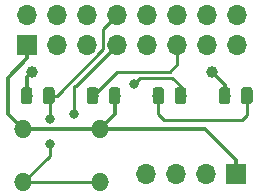
<source format=gtl>
G04 #@! TF.GenerationSoftware,KiCad,Pcbnew,5.0.0-fee4fd1~66~ubuntu18.04.1*
G04 #@! TF.CreationDate,2018-08-17T17:18:45-07:00*
G04 #@! TF.ProjectId,RPi FS HAT,525069204653204841542E6B69636164,2*
G04 #@! TF.SameCoordinates,Original*
G04 #@! TF.FileFunction,Copper,L1,Top,Signal*
G04 #@! TF.FilePolarity,Positive*
%FSLAX46Y46*%
G04 Gerber Fmt 4.6, Leading zero omitted, Abs format (unit mm)*
G04 Created by KiCad (PCBNEW 5.0.0-fee4fd1~66~ubuntu18.04.1) date Fri Aug 17 17:18:45 2018*
%MOMM*%
%LPD*%
G01*
G04 APERTURE LIST*
G04 #@! TA.AperFunction,Conductor*
%ADD10C,0.100000*%
G04 #@! TD*
G04 #@! TA.AperFunction,SMDPad,CuDef*
%ADD11C,0.975000*%
G04 #@! TD*
G04 #@! TA.AperFunction,ComponentPad*
%ADD12R,1.700000X1.700000*%
G04 #@! TD*
G04 #@! TA.AperFunction,ComponentPad*
%ADD13O,1.700000X1.700000*%
G04 #@! TD*
G04 #@! TA.AperFunction,ComponentPad*
%ADD14O,1.524000X1.524000*%
G04 #@! TD*
G04 #@! TA.AperFunction,ViaPad*
%ADD15C,1.000000*%
G04 #@! TD*
G04 #@! TA.AperFunction,ViaPad*
%ADD16C,0.800000*%
G04 #@! TD*
G04 #@! TA.AperFunction,Conductor*
%ADD17C,0.300000*%
G04 #@! TD*
G04 #@! TA.AperFunction,Conductor*
%ADD18C,0.250000*%
G04 #@! TD*
G04 APERTURE END LIST*
D10*
G04 #@! TO.N,GND*
G04 #@! TO.C,D1*
G36*
X164938142Y-121729174D02*
X164961803Y-121732684D01*
X164985007Y-121738496D01*
X165007529Y-121746554D01*
X165029153Y-121756782D01*
X165049670Y-121769079D01*
X165068883Y-121783329D01*
X165086607Y-121799393D01*
X165102671Y-121817117D01*
X165116921Y-121836330D01*
X165129218Y-121856847D01*
X165139446Y-121878471D01*
X165147504Y-121900993D01*
X165153316Y-121924197D01*
X165156826Y-121947858D01*
X165158000Y-121971750D01*
X165158000Y-122884250D01*
X165156826Y-122908142D01*
X165153316Y-122931803D01*
X165147504Y-122955007D01*
X165139446Y-122977529D01*
X165129218Y-122999153D01*
X165116921Y-123019670D01*
X165102671Y-123038883D01*
X165086607Y-123056607D01*
X165068883Y-123072671D01*
X165049670Y-123086921D01*
X165029153Y-123099218D01*
X165007529Y-123109446D01*
X164985007Y-123117504D01*
X164961803Y-123123316D01*
X164938142Y-123126826D01*
X164914250Y-123128000D01*
X164426750Y-123128000D01*
X164402858Y-123126826D01*
X164379197Y-123123316D01*
X164355993Y-123117504D01*
X164333471Y-123109446D01*
X164311847Y-123099218D01*
X164291330Y-123086921D01*
X164272117Y-123072671D01*
X164254393Y-123056607D01*
X164238329Y-123038883D01*
X164224079Y-123019670D01*
X164211782Y-122999153D01*
X164201554Y-122977529D01*
X164193496Y-122955007D01*
X164187684Y-122931803D01*
X164184174Y-122908142D01*
X164183000Y-122884250D01*
X164183000Y-121971750D01*
X164184174Y-121947858D01*
X164187684Y-121924197D01*
X164193496Y-121900993D01*
X164201554Y-121878471D01*
X164211782Y-121856847D01*
X164224079Y-121836330D01*
X164238329Y-121817117D01*
X164254393Y-121799393D01*
X164272117Y-121783329D01*
X164291330Y-121769079D01*
X164311847Y-121756782D01*
X164333471Y-121746554D01*
X164355993Y-121738496D01*
X164379197Y-121732684D01*
X164402858Y-121729174D01*
X164426750Y-121728000D01*
X164914250Y-121728000D01*
X164938142Y-121729174D01*
X164938142Y-121729174D01*
G37*
D11*
G04 #@! TD*
G04 #@! TO.P,D1,1*
G04 #@! TO.N,GND*
X164670500Y-122428000D03*
D10*
G04 #@! TO.N,Net-(D1-Pad2)*
G04 #@! TO.C,D1*
G36*
X166813142Y-121729174D02*
X166836803Y-121732684D01*
X166860007Y-121738496D01*
X166882529Y-121746554D01*
X166904153Y-121756782D01*
X166924670Y-121769079D01*
X166943883Y-121783329D01*
X166961607Y-121799393D01*
X166977671Y-121817117D01*
X166991921Y-121836330D01*
X167004218Y-121856847D01*
X167014446Y-121878471D01*
X167022504Y-121900993D01*
X167028316Y-121924197D01*
X167031826Y-121947858D01*
X167033000Y-121971750D01*
X167033000Y-122884250D01*
X167031826Y-122908142D01*
X167028316Y-122931803D01*
X167022504Y-122955007D01*
X167014446Y-122977529D01*
X167004218Y-122999153D01*
X166991921Y-123019670D01*
X166977671Y-123038883D01*
X166961607Y-123056607D01*
X166943883Y-123072671D01*
X166924670Y-123086921D01*
X166904153Y-123099218D01*
X166882529Y-123109446D01*
X166860007Y-123117504D01*
X166836803Y-123123316D01*
X166813142Y-123126826D01*
X166789250Y-123128000D01*
X166301750Y-123128000D01*
X166277858Y-123126826D01*
X166254197Y-123123316D01*
X166230993Y-123117504D01*
X166208471Y-123109446D01*
X166186847Y-123099218D01*
X166166330Y-123086921D01*
X166147117Y-123072671D01*
X166129393Y-123056607D01*
X166113329Y-123038883D01*
X166099079Y-123019670D01*
X166086782Y-122999153D01*
X166076554Y-122977529D01*
X166068496Y-122955007D01*
X166062684Y-122931803D01*
X166059174Y-122908142D01*
X166058000Y-122884250D01*
X166058000Y-121971750D01*
X166059174Y-121947858D01*
X166062684Y-121924197D01*
X166068496Y-121900993D01*
X166076554Y-121878471D01*
X166086782Y-121856847D01*
X166099079Y-121836330D01*
X166113329Y-121817117D01*
X166129393Y-121799393D01*
X166147117Y-121783329D01*
X166166330Y-121769079D01*
X166186847Y-121756782D01*
X166208471Y-121746554D01*
X166230993Y-121738496D01*
X166254197Y-121732684D01*
X166277858Y-121729174D01*
X166301750Y-121728000D01*
X166789250Y-121728000D01*
X166813142Y-121729174D01*
X166813142Y-121729174D01*
G37*
D11*
G04 #@! TD*
G04 #@! TO.P,D1,2*
G04 #@! TO.N,Net-(D1-Pad2)*
X166545500Y-122428000D03*
D12*
G04 #@! TO.P,J1,1*
G04 #@! TO.N,/3V3*
X147955000Y-118110000D03*
D13*
G04 #@! TO.P,J1,2*
G04 #@! TO.N,Net-(J1-Pad2)*
X147955000Y-115570000D03*
G04 #@! TO.P,J1,3*
G04 #@! TO.N,Net-(J1-Pad3)*
X150495000Y-118110000D03*
G04 #@! TO.P,J1,4*
G04 #@! TO.N,Net-(J1-Pad4)*
X150495000Y-115570000D03*
G04 #@! TO.P,J1,5*
G04 #@! TO.N,Net-(J1-Pad5)*
X153035000Y-118110000D03*
G04 #@! TO.P,J1,6*
G04 #@! TO.N,GND*
X153035000Y-115570000D03*
G04 #@! TO.P,J1,7*
G04 #@! TO.N,/led*
X155575000Y-118110000D03*
G04 #@! TO.P,J1,8*
G04 #@! TO.N,/button_input*
X155575000Y-115570000D03*
G04 #@! TO.P,J1,9*
G04 #@! TO.N,GND*
X158115000Y-118110000D03*
G04 #@! TO.P,J1,10*
G04 #@! TO.N,Net-(J1-Pad10)*
X158115000Y-115570000D03*
G04 #@! TO.P,J1,11*
G04 #@! TO.N,/sensor_data*
X160655000Y-118110000D03*
G04 #@! TO.P,J1,12*
G04 #@! TO.N,Net-(J1-Pad12)*
X160655000Y-115570000D03*
G04 #@! TO.P,J1,13*
G04 #@! TO.N,Net-(J1-Pad13)*
X163195000Y-118110000D03*
G04 #@! TO.P,J1,14*
G04 #@! TO.N,Net-(J1-Pad14)*
X163195000Y-115570000D03*
G04 #@! TO.P,J1,15*
G04 #@! TO.N,Net-(J1-Pad15)*
X165735000Y-118110000D03*
G04 #@! TO.P,J1,16*
G04 #@! TO.N,Net-(J1-Pad16)*
X165735000Y-115570000D03*
G04 #@! TD*
D10*
G04 #@! TO.N,GND*
G04 #@! TO.C,R1*
G36*
X148174142Y-121729174D02*
X148197803Y-121732684D01*
X148221007Y-121738496D01*
X148243529Y-121746554D01*
X148265153Y-121756782D01*
X148285670Y-121769079D01*
X148304883Y-121783329D01*
X148322607Y-121799393D01*
X148338671Y-121817117D01*
X148352921Y-121836330D01*
X148365218Y-121856847D01*
X148375446Y-121878471D01*
X148383504Y-121900993D01*
X148389316Y-121924197D01*
X148392826Y-121947858D01*
X148394000Y-121971750D01*
X148394000Y-122884250D01*
X148392826Y-122908142D01*
X148389316Y-122931803D01*
X148383504Y-122955007D01*
X148375446Y-122977529D01*
X148365218Y-122999153D01*
X148352921Y-123019670D01*
X148338671Y-123038883D01*
X148322607Y-123056607D01*
X148304883Y-123072671D01*
X148285670Y-123086921D01*
X148265153Y-123099218D01*
X148243529Y-123109446D01*
X148221007Y-123117504D01*
X148197803Y-123123316D01*
X148174142Y-123126826D01*
X148150250Y-123128000D01*
X147662750Y-123128000D01*
X147638858Y-123126826D01*
X147615197Y-123123316D01*
X147591993Y-123117504D01*
X147569471Y-123109446D01*
X147547847Y-123099218D01*
X147527330Y-123086921D01*
X147508117Y-123072671D01*
X147490393Y-123056607D01*
X147474329Y-123038883D01*
X147460079Y-123019670D01*
X147447782Y-122999153D01*
X147437554Y-122977529D01*
X147429496Y-122955007D01*
X147423684Y-122931803D01*
X147420174Y-122908142D01*
X147419000Y-122884250D01*
X147419000Y-121971750D01*
X147420174Y-121947858D01*
X147423684Y-121924197D01*
X147429496Y-121900993D01*
X147437554Y-121878471D01*
X147447782Y-121856847D01*
X147460079Y-121836330D01*
X147474329Y-121817117D01*
X147490393Y-121799393D01*
X147508117Y-121783329D01*
X147527330Y-121769079D01*
X147547847Y-121756782D01*
X147569471Y-121746554D01*
X147591993Y-121738496D01*
X147615197Y-121732684D01*
X147638858Y-121729174D01*
X147662750Y-121728000D01*
X148150250Y-121728000D01*
X148174142Y-121729174D01*
X148174142Y-121729174D01*
G37*
D11*
G04 #@! TD*
G04 #@! TO.P,R1,1*
G04 #@! TO.N,GND*
X147906500Y-122428000D03*
D10*
G04 #@! TO.N,/button_input*
G04 #@! TO.C,R1*
G36*
X150049142Y-121729174D02*
X150072803Y-121732684D01*
X150096007Y-121738496D01*
X150118529Y-121746554D01*
X150140153Y-121756782D01*
X150160670Y-121769079D01*
X150179883Y-121783329D01*
X150197607Y-121799393D01*
X150213671Y-121817117D01*
X150227921Y-121836330D01*
X150240218Y-121856847D01*
X150250446Y-121878471D01*
X150258504Y-121900993D01*
X150264316Y-121924197D01*
X150267826Y-121947858D01*
X150269000Y-121971750D01*
X150269000Y-122884250D01*
X150267826Y-122908142D01*
X150264316Y-122931803D01*
X150258504Y-122955007D01*
X150250446Y-122977529D01*
X150240218Y-122999153D01*
X150227921Y-123019670D01*
X150213671Y-123038883D01*
X150197607Y-123056607D01*
X150179883Y-123072671D01*
X150160670Y-123086921D01*
X150140153Y-123099218D01*
X150118529Y-123109446D01*
X150096007Y-123117504D01*
X150072803Y-123123316D01*
X150049142Y-123126826D01*
X150025250Y-123128000D01*
X149537750Y-123128000D01*
X149513858Y-123126826D01*
X149490197Y-123123316D01*
X149466993Y-123117504D01*
X149444471Y-123109446D01*
X149422847Y-123099218D01*
X149402330Y-123086921D01*
X149383117Y-123072671D01*
X149365393Y-123056607D01*
X149349329Y-123038883D01*
X149335079Y-123019670D01*
X149322782Y-122999153D01*
X149312554Y-122977529D01*
X149304496Y-122955007D01*
X149298684Y-122931803D01*
X149295174Y-122908142D01*
X149294000Y-122884250D01*
X149294000Y-121971750D01*
X149295174Y-121947858D01*
X149298684Y-121924197D01*
X149304496Y-121900993D01*
X149312554Y-121878471D01*
X149322782Y-121856847D01*
X149335079Y-121836330D01*
X149349329Y-121817117D01*
X149365393Y-121799393D01*
X149383117Y-121783329D01*
X149402330Y-121769079D01*
X149422847Y-121756782D01*
X149444471Y-121746554D01*
X149466993Y-121738496D01*
X149490197Y-121732684D01*
X149513858Y-121729174D01*
X149537750Y-121728000D01*
X150025250Y-121728000D01*
X150049142Y-121729174D01*
X150049142Y-121729174D01*
G37*
D11*
G04 #@! TD*
G04 #@! TO.P,R1,2*
G04 #@! TO.N,/button_input*
X149781500Y-122428000D03*
D10*
G04 #@! TO.N,/sensor_data*
G04 #@! TO.C,R2*
G36*
X153748808Y-121729174D02*
X153772469Y-121732684D01*
X153795673Y-121738496D01*
X153818195Y-121746554D01*
X153839819Y-121756782D01*
X153860336Y-121769079D01*
X153879549Y-121783329D01*
X153897273Y-121799393D01*
X153913337Y-121817117D01*
X153927587Y-121836330D01*
X153939884Y-121856847D01*
X153950112Y-121878471D01*
X153958170Y-121900993D01*
X153963982Y-121924197D01*
X153967492Y-121947858D01*
X153968666Y-121971750D01*
X153968666Y-122884250D01*
X153967492Y-122908142D01*
X153963982Y-122931803D01*
X153958170Y-122955007D01*
X153950112Y-122977529D01*
X153939884Y-122999153D01*
X153927587Y-123019670D01*
X153913337Y-123038883D01*
X153897273Y-123056607D01*
X153879549Y-123072671D01*
X153860336Y-123086921D01*
X153839819Y-123099218D01*
X153818195Y-123109446D01*
X153795673Y-123117504D01*
X153772469Y-123123316D01*
X153748808Y-123126826D01*
X153724916Y-123128000D01*
X153237416Y-123128000D01*
X153213524Y-123126826D01*
X153189863Y-123123316D01*
X153166659Y-123117504D01*
X153144137Y-123109446D01*
X153122513Y-123099218D01*
X153101996Y-123086921D01*
X153082783Y-123072671D01*
X153065059Y-123056607D01*
X153048995Y-123038883D01*
X153034745Y-123019670D01*
X153022448Y-122999153D01*
X153012220Y-122977529D01*
X153004162Y-122955007D01*
X152998350Y-122931803D01*
X152994840Y-122908142D01*
X152993666Y-122884250D01*
X152993666Y-121971750D01*
X152994840Y-121947858D01*
X152998350Y-121924197D01*
X153004162Y-121900993D01*
X153012220Y-121878471D01*
X153022448Y-121856847D01*
X153034745Y-121836330D01*
X153048995Y-121817117D01*
X153065059Y-121799393D01*
X153082783Y-121783329D01*
X153101996Y-121769079D01*
X153122513Y-121756782D01*
X153144137Y-121746554D01*
X153166659Y-121738496D01*
X153189863Y-121732684D01*
X153213524Y-121729174D01*
X153237416Y-121728000D01*
X153724916Y-121728000D01*
X153748808Y-121729174D01*
X153748808Y-121729174D01*
G37*
D11*
G04 #@! TD*
G04 #@! TO.P,R2,1*
G04 #@! TO.N,/sensor_data*
X153481166Y-122428000D03*
D10*
G04 #@! TO.N,/3V3*
G04 #@! TO.C,R2*
G36*
X155623808Y-121729174D02*
X155647469Y-121732684D01*
X155670673Y-121738496D01*
X155693195Y-121746554D01*
X155714819Y-121756782D01*
X155735336Y-121769079D01*
X155754549Y-121783329D01*
X155772273Y-121799393D01*
X155788337Y-121817117D01*
X155802587Y-121836330D01*
X155814884Y-121856847D01*
X155825112Y-121878471D01*
X155833170Y-121900993D01*
X155838982Y-121924197D01*
X155842492Y-121947858D01*
X155843666Y-121971750D01*
X155843666Y-122884250D01*
X155842492Y-122908142D01*
X155838982Y-122931803D01*
X155833170Y-122955007D01*
X155825112Y-122977529D01*
X155814884Y-122999153D01*
X155802587Y-123019670D01*
X155788337Y-123038883D01*
X155772273Y-123056607D01*
X155754549Y-123072671D01*
X155735336Y-123086921D01*
X155714819Y-123099218D01*
X155693195Y-123109446D01*
X155670673Y-123117504D01*
X155647469Y-123123316D01*
X155623808Y-123126826D01*
X155599916Y-123128000D01*
X155112416Y-123128000D01*
X155088524Y-123126826D01*
X155064863Y-123123316D01*
X155041659Y-123117504D01*
X155019137Y-123109446D01*
X154997513Y-123099218D01*
X154976996Y-123086921D01*
X154957783Y-123072671D01*
X154940059Y-123056607D01*
X154923995Y-123038883D01*
X154909745Y-123019670D01*
X154897448Y-122999153D01*
X154887220Y-122977529D01*
X154879162Y-122955007D01*
X154873350Y-122931803D01*
X154869840Y-122908142D01*
X154868666Y-122884250D01*
X154868666Y-121971750D01*
X154869840Y-121947858D01*
X154873350Y-121924197D01*
X154879162Y-121900993D01*
X154887220Y-121878471D01*
X154897448Y-121856847D01*
X154909745Y-121836330D01*
X154923995Y-121817117D01*
X154940059Y-121799393D01*
X154957783Y-121783329D01*
X154976996Y-121769079D01*
X154997513Y-121756782D01*
X155019137Y-121746554D01*
X155041659Y-121738496D01*
X155064863Y-121732684D01*
X155088524Y-121729174D01*
X155112416Y-121728000D01*
X155599916Y-121728000D01*
X155623808Y-121729174D01*
X155623808Y-121729174D01*
G37*
D11*
G04 #@! TD*
G04 #@! TO.P,R2,2*
G04 #@! TO.N,/3V3*
X155356166Y-122428000D03*
D10*
G04 #@! TO.N,/led*
G04 #@! TO.C,R3*
G36*
X161198474Y-121729174D02*
X161222135Y-121732684D01*
X161245339Y-121738496D01*
X161267861Y-121746554D01*
X161289485Y-121756782D01*
X161310002Y-121769079D01*
X161329215Y-121783329D01*
X161346939Y-121799393D01*
X161363003Y-121817117D01*
X161377253Y-121836330D01*
X161389550Y-121856847D01*
X161399778Y-121878471D01*
X161407836Y-121900993D01*
X161413648Y-121924197D01*
X161417158Y-121947858D01*
X161418332Y-121971750D01*
X161418332Y-122884250D01*
X161417158Y-122908142D01*
X161413648Y-122931803D01*
X161407836Y-122955007D01*
X161399778Y-122977529D01*
X161389550Y-122999153D01*
X161377253Y-123019670D01*
X161363003Y-123038883D01*
X161346939Y-123056607D01*
X161329215Y-123072671D01*
X161310002Y-123086921D01*
X161289485Y-123099218D01*
X161267861Y-123109446D01*
X161245339Y-123117504D01*
X161222135Y-123123316D01*
X161198474Y-123126826D01*
X161174582Y-123128000D01*
X160687082Y-123128000D01*
X160663190Y-123126826D01*
X160639529Y-123123316D01*
X160616325Y-123117504D01*
X160593803Y-123109446D01*
X160572179Y-123099218D01*
X160551662Y-123086921D01*
X160532449Y-123072671D01*
X160514725Y-123056607D01*
X160498661Y-123038883D01*
X160484411Y-123019670D01*
X160472114Y-122999153D01*
X160461886Y-122977529D01*
X160453828Y-122955007D01*
X160448016Y-122931803D01*
X160444506Y-122908142D01*
X160443332Y-122884250D01*
X160443332Y-121971750D01*
X160444506Y-121947858D01*
X160448016Y-121924197D01*
X160453828Y-121900993D01*
X160461886Y-121878471D01*
X160472114Y-121856847D01*
X160484411Y-121836330D01*
X160498661Y-121817117D01*
X160514725Y-121799393D01*
X160532449Y-121783329D01*
X160551662Y-121769079D01*
X160572179Y-121756782D01*
X160593803Y-121746554D01*
X160616325Y-121738496D01*
X160639529Y-121732684D01*
X160663190Y-121729174D01*
X160687082Y-121728000D01*
X161174582Y-121728000D01*
X161198474Y-121729174D01*
X161198474Y-121729174D01*
G37*
D11*
G04 #@! TD*
G04 #@! TO.P,R3,2*
G04 #@! TO.N,/led*
X160930832Y-122428000D03*
D10*
G04 #@! TO.N,Net-(D1-Pad2)*
G04 #@! TO.C,R3*
G36*
X159323474Y-121729174D02*
X159347135Y-121732684D01*
X159370339Y-121738496D01*
X159392861Y-121746554D01*
X159414485Y-121756782D01*
X159435002Y-121769079D01*
X159454215Y-121783329D01*
X159471939Y-121799393D01*
X159488003Y-121817117D01*
X159502253Y-121836330D01*
X159514550Y-121856847D01*
X159524778Y-121878471D01*
X159532836Y-121900993D01*
X159538648Y-121924197D01*
X159542158Y-121947858D01*
X159543332Y-121971750D01*
X159543332Y-122884250D01*
X159542158Y-122908142D01*
X159538648Y-122931803D01*
X159532836Y-122955007D01*
X159524778Y-122977529D01*
X159514550Y-122999153D01*
X159502253Y-123019670D01*
X159488003Y-123038883D01*
X159471939Y-123056607D01*
X159454215Y-123072671D01*
X159435002Y-123086921D01*
X159414485Y-123099218D01*
X159392861Y-123109446D01*
X159370339Y-123117504D01*
X159347135Y-123123316D01*
X159323474Y-123126826D01*
X159299582Y-123128000D01*
X158812082Y-123128000D01*
X158788190Y-123126826D01*
X158764529Y-123123316D01*
X158741325Y-123117504D01*
X158718803Y-123109446D01*
X158697179Y-123099218D01*
X158676662Y-123086921D01*
X158657449Y-123072671D01*
X158639725Y-123056607D01*
X158623661Y-123038883D01*
X158609411Y-123019670D01*
X158597114Y-122999153D01*
X158586886Y-122977529D01*
X158578828Y-122955007D01*
X158573016Y-122931803D01*
X158569506Y-122908142D01*
X158568332Y-122884250D01*
X158568332Y-121971750D01*
X158569506Y-121947858D01*
X158573016Y-121924197D01*
X158578828Y-121900993D01*
X158586886Y-121878471D01*
X158597114Y-121856847D01*
X158609411Y-121836330D01*
X158623661Y-121817117D01*
X158639725Y-121799393D01*
X158657449Y-121783329D01*
X158676662Y-121769079D01*
X158697179Y-121756782D01*
X158718803Y-121746554D01*
X158741325Y-121738496D01*
X158764529Y-121732684D01*
X158788190Y-121729174D01*
X158812082Y-121728000D01*
X159299582Y-121728000D01*
X159323474Y-121729174D01*
X159323474Y-121729174D01*
G37*
D11*
G04 #@! TD*
G04 #@! TO.P,R3,1*
G04 #@! TO.N,Net-(D1-Pad2)*
X159055832Y-122428000D03*
D14*
G04 #@! TO.P,SW1,1*
G04 #@! TO.N,/3V3*
X147624800Y-125247400D03*
X154127200Y-125247400D03*
G04 #@! TO.P,SW1,2*
G04 #@! TO.N,/button_input*
X147624800Y-129768600D03*
X154127200Y-129768600D03*
G04 #@! TD*
D12*
G04 #@! TO.P,U1,1*
G04 #@! TO.N,/3V3*
X165608000Y-129032000D03*
D13*
G04 #@! TO.P,U1,2*
G04 #@! TO.N,/sensor_data*
X163068000Y-129032000D03*
G04 #@! TO.P,U1,3*
G04 #@! TO.N,N/C*
X160528000Y-129032000D03*
G04 #@! TO.P,U1,4*
G04 #@! TO.N,GND*
X157988000Y-129032000D03*
G04 #@! TD*
D15*
G04 #@! TO.N,GND*
X163576000Y-120396000D03*
X148336000Y-120396000D03*
D16*
G04 #@! TO.N,/led*
X156972000Y-121412000D03*
X151892000Y-123952000D03*
G04 #@! TO.N,/button_input*
X149860000Y-126492000D03*
X149860000Y-124397400D03*
G04 #@! TD*
D17*
G04 #@! TO.N,GND*
X164670500Y-122428000D02*
X164670500Y-121490500D01*
X164670500Y-121490500D02*
X163576000Y-120396000D01*
X147906500Y-122428000D02*
X147906500Y-120825500D01*
X147906500Y-120825500D02*
X148336000Y-120396000D01*
D18*
G04 #@! TO.N,Net-(D1-Pad2)*
X166545500Y-122428000D02*
X166545500Y-124030500D01*
X166545500Y-124030500D02*
X166116000Y-124460000D01*
X166116000Y-124460000D02*
X159512000Y-124460000D01*
X159055832Y-124003832D02*
X159055832Y-122428000D01*
X159512000Y-124460000D02*
X159055832Y-124003832D01*
D17*
G04 #@! TO.N,/3V3*
X155204830Y-125247400D02*
X154127200Y-125247400D01*
X162973400Y-125247400D02*
X155204830Y-125247400D01*
X165608000Y-127882000D02*
X162973400Y-125247400D01*
X165608000Y-129032000D02*
X165608000Y-127882000D01*
X147955000Y-119260000D02*
X147955000Y-118110000D01*
X146321010Y-120893990D02*
X147955000Y-119260000D01*
X146321010Y-123943610D02*
X146321010Y-120893990D01*
X147624800Y-125247400D02*
X146321010Y-123943610D01*
X148702430Y-125247400D02*
X154127200Y-125247400D01*
X147624800Y-125247400D02*
X148702430Y-125247400D01*
X155356166Y-124018434D02*
X154127200Y-125247400D01*
X155356166Y-122428000D02*
X155356166Y-124018434D01*
D18*
G04 #@! TO.N,/led*
X160930832Y-121628000D02*
X160206832Y-120904000D01*
X160930832Y-122428000D02*
X160930832Y-121628000D01*
X160206832Y-120904000D02*
X157480000Y-120904000D01*
X157480000Y-120904000D02*
X156972000Y-121412000D01*
X152056588Y-121628412D02*
X155575000Y-118110000D01*
X151892000Y-123952000D02*
X151892000Y-121628412D01*
X151892000Y-121628412D02*
X152056588Y-121628412D01*
G04 #@! TO.N,/button_input*
X147624800Y-129768600D02*
X149860000Y-127533400D01*
X149860000Y-127533400D02*
X149860000Y-126492000D01*
X149860000Y-122506500D02*
X149781500Y-122428000D01*
X149860000Y-124397400D02*
X149860000Y-122506500D01*
X154725001Y-116419999D02*
X155575000Y-115570000D01*
X154399999Y-116745001D02*
X154725001Y-116419999D01*
X154399999Y-118484003D02*
X154399999Y-116745001D01*
X150456002Y-122428000D02*
X154399999Y-118484003D01*
X149781500Y-122428000D02*
X150456002Y-122428000D01*
X153049570Y-129768600D02*
X147624800Y-129768600D01*
X154127200Y-129768600D02*
X153049570Y-129768600D01*
G04 #@! TO.N,/sensor_data*
X160655000Y-119761000D02*
X160655000Y-118110000D01*
X160020000Y-120396000D02*
X160655000Y-119761000D01*
X153481166Y-122428000D02*
X155513166Y-120396000D01*
X155513166Y-120396000D02*
X160020000Y-120396000D01*
G04 #@! TD*
M02*

</source>
